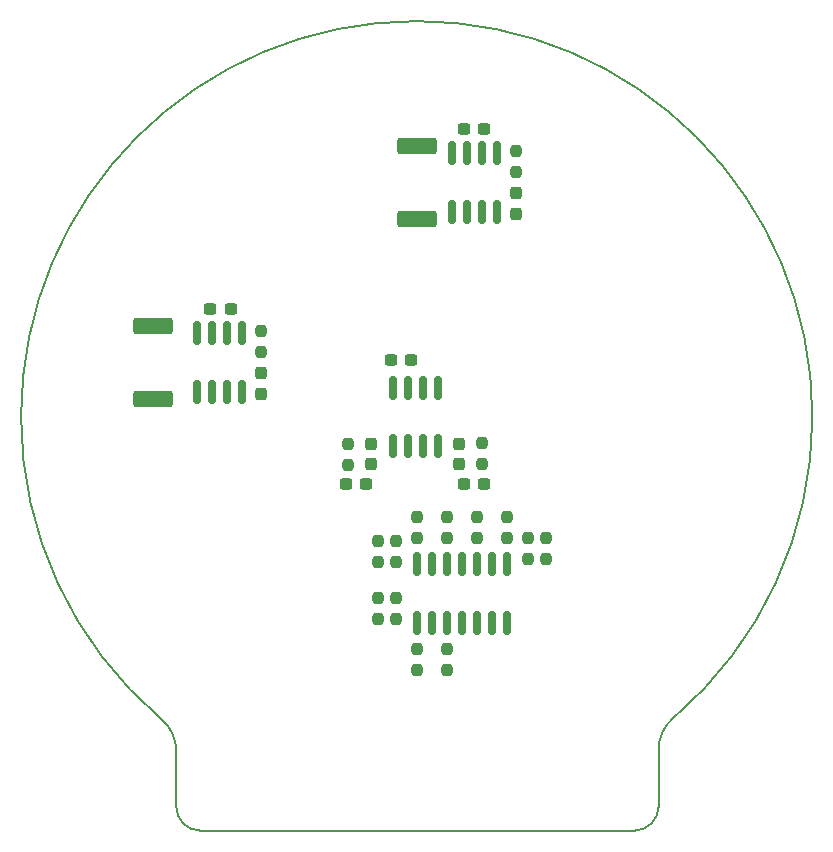
<source format=gbr>
%TF.GenerationSoftware,KiCad,Pcbnew,7.0.6*%
%TF.CreationDate,2024-03-18T21:18:51+03:00*%
%TF.ProjectId,_____ ________,1f3b3042-3020-4343-9042-47383a3e322e,rev?*%
%TF.SameCoordinates,Original*%
%TF.FileFunction,Paste,Top*%
%TF.FilePolarity,Positive*%
%FSLAX46Y46*%
G04 Gerber Fmt 4.6, Leading zero omitted, Abs format (unit mm)*
G04 Created by KiCad (PCBNEW 7.0.6) date 2024-03-18 21:18:51*
%MOMM*%
%LPD*%
G01*
G04 APERTURE LIST*
G04 Aperture macros list*
%AMRoundRect*
0 Rectangle with rounded corners*
0 $1 Rounding radius*
0 $2 $3 $4 $5 $6 $7 $8 $9 X,Y pos of 4 corners*
0 Add a 4 corners polygon primitive as box body*
4,1,4,$2,$3,$4,$5,$6,$7,$8,$9,$2,$3,0*
0 Add four circle primitives for the rounded corners*
1,1,$1+$1,$2,$3*
1,1,$1+$1,$4,$5*
1,1,$1+$1,$6,$7*
1,1,$1+$1,$8,$9*
0 Add four rect primitives between the rounded corners*
20,1,$1+$1,$2,$3,$4,$5,0*
20,1,$1+$1,$4,$5,$6,$7,0*
20,1,$1+$1,$6,$7,$8,$9,0*
20,1,$1+$1,$8,$9,$2,$3,0*%
G04 Aperture macros list end*
%ADD10RoundRect,0.249999X-1.425001X0.450001X-1.425001X-0.450001X1.425001X-0.450001X1.425001X0.450001X0*%
%ADD11RoundRect,0.237500X0.237500X-0.250000X0.237500X0.250000X-0.237500X0.250000X-0.237500X-0.250000X0*%
%ADD12RoundRect,0.237500X0.237500X-0.300000X0.237500X0.300000X-0.237500X0.300000X-0.237500X-0.300000X0*%
%ADD13RoundRect,0.237500X0.300000X0.237500X-0.300000X0.237500X-0.300000X-0.237500X0.300000X-0.237500X0*%
%ADD14RoundRect,0.237500X-0.300000X-0.237500X0.300000X-0.237500X0.300000X0.237500X-0.300000X0.237500X0*%
%ADD15RoundRect,0.237500X-0.237500X0.250000X-0.237500X-0.250000X0.237500X-0.250000X0.237500X0.250000X0*%
%ADD16RoundRect,0.150000X0.150000X-0.825000X0.150000X0.825000X-0.150000X0.825000X-0.150000X-0.825000X0*%
%ADD17RoundRect,0.237500X-0.237500X0.300000X-0.237500X-0.300000X0.237500X-0.300000X0.237500X0.300000X0*%
%ADD18RoundRect,0.150000X-0.150000X0.825000X-0.150000X-0.825000X0.150000X-0.825000X0.150000X0.825000X0*%
%TA.AperFunction,Profile*%
%ADD19C,0.200000*%
%TD*%
G04 APERTURE END LIST*
D10*
%TO.C,R5*%
X151892000Y-60450000D03*
X151892000Y-66550000D03*
%TD*%
D11*
%TO.C,R17*%
X148590000Y-100480500D03*
X148590000Y-98655500D03*
%TD*%
D12*
%TO.C,C4*%
X155448000Y-87323000D03*
X155448000Y-85598000D03*
%TD*%
D13*
%TO.C,C8*%
X136091000Y-74168000D03*
X134366000Y-74168000D03*
%TD*%
D14*
%TO.C,C1*%
X145822500Y-89050500D03*
X147547500Y-89050500D03*
%TD*%
D15*
%TO.C,R12*%
X151892000Y-91797500D03*
X151892000Y-93622500D03*
%TD*%
%TO.C,R10*%
X159512000Y-91797500D03*
X159512000Y-93622500D03*
%TD*%
D11*
%TO.C,R8*%
X138684000Y-77874500D03*
X138684000Y-76049500D03*
%TD*%
D16*
%TO.C,U2*%
X154813000Y-65975000D03*
X156083000Y-65975000D03*
X157353000Y-65975000D03*
X158623000Y-65975000D03*
X158623000Y-61025000D03*
X157353000Y-61025000D03*
X156083000Y-61025000D03*
X154813000Y-61025000D03*
%TD*%
D15*
%TO.C,R16*%
X148590000Y-93829500D03*
X148590000Y-95654500D03*
%TD*%
%TO.C,R20*%
X150114000Y-98655500D03*
X150114000Y-100480500D03*
%TD*%
%TO.C,R11*%
X154432000Y-91797500D03*
X154432000Y-93622500D03*
%TD*%
D17*
%TO.C,C7*%
X160274000Y-64415500D03*
X160274000Y-66140500D03*
%TD*%
D15*
%TO.C,R18*%
X162814000Y-93575500D03*
X162814000Y-95400500D03*
%TD*%
D17*
%TO.C,C3*%
X147955000Y-85648000D03*
X147955000Y-87373000D03*
%TD*%
D11*
%TO.C,R19*%
X161290000Y-95400500D03*
X161290000Y-93575500D03*
%TD*%
D16*
%TO.C,U3*%
X133223000Y-81215000D03*
X134493000Y-81215000D03*
X135763000Y-81215000D03*
X137033000Y-81215000D03*
X137033000Y-76265000D03*
X135763000Y-76265000D03*
X134493000Y-76265000D03*
X133223000Y-76265000D03*
%TD*%
D11*
%TO.C,R2*%
X157353000Y-87373000D03*
X157353000Y-85548000D03*
%TD*%
D18*
%TO.C,U4*%
X159512000Y-95823000D03*
X158242000Y-95823000D03*
X156972000Y-95823000D03*
X155702000Y-95823000D03*
X154432000Y-95823000D03*
X153162000Y-95823000D03*
X151892000Y-95823000D03*
X151892000Y-100773000D03*
X153162000Y-100773000D03*
X154432000Y-100773000D03*
X155702000Y-100773000D03*
X156972000Y-100773000D03*
X158242000Y-100773000D03*
X159512000Y-100773000D03*
%TD*%
D11*
%TO.C,R6*%
X160274000Y-62634500D03*
X160274000Y-60809500D03*
%TD*%
D15*
%TO.C,R9*%
X156972000Y-91797500D03*
X156972000Y-93622500D03*
%TD*%
D11*
%TO.C,R14*%
X151892000Y-104798500D03*
X151892000Y-102973500D03*
%TD*%
%TO.C,R13*%
X154432000Y-104798500D03*
X154432000Y-102973500D03*
%TD*%
%TO.C,R1*%
X146050000Y-87423000D03*
X146050000Y-85598000D03*
%TD*%
D10*
%TO.C,R7*%
X129540000Y-75690000D03*
X129540000Y-81790000D03*
%TD*%
D14*
%TO.C,C2*%
X155855500Y-89000500D03*
X157580500Y-89000500D03*
%TD*%
D13*
%TO.C,C6*%
X157580500Y-58928000D03*
X155855500Y-58928000D03*
%TD*%
D16*
%TO.C,D1*%
X149859712Y-85812789D03*
X151129712Y-85812789D03*
X152399712Y-85812789D03*
X153669712Y-85812789D03*
X153669712Y-80862789D03*
X152399712Y-80862789D03*
X151129712Y-80862789D03*
X149859712Y-80862789D03*
%TD*%
D11*
%TO.C,R15*%
X150114000Y-95654500D03*
X150114000Y-93829500D03*
%TD*%
D14*
%TO.C,C5*%
X149632500Y-78486000D03*
X151357500Y-78486000D03*
%TD*%
D17*
%TO.C,C9*%
X138684000Y-79655500D03*
X138684000Y-81380500D03*
%TD*%
D19*
X131487619Y-111618347D02*
X131487619Y-116332000D01*
X172325073Y-111516254D02*
X172325073Y-116332000D01*
X131487653Y-111618347D02*
G75*
G03*
X130245370Y-108940051I-3505153J1447D01*
G01*
X131487598Y-116332000D02*
G75*
G03*
X133519619Y-118364002I2032002J0D01*
G01*
X170293071Y-118364000D02*
X133519619Y-118364002D01*
X170293071Y-118363973D02*
G75*
G03*
X172325073Y-116332000I29J2031973D01*
G01*
X173557146Y-108850261D02*
G75*
G03*
X172325073Y-111516254I2268654J-2666139D01*
G01*
X173557135Y-108850249D02*
G75*
G03*
X185348262Y-83336046I-21708895J25514219D01*
G01*
X185348262Y-83336046D02*
G75*
G03*
X118348262Y-83336046I-33500000J0D01*
G01*
X118348265Y-83336046D02*
G75*
G03*
X130245370Y-108940051I33499975J-14D01*
G01*
M02*

</source>
